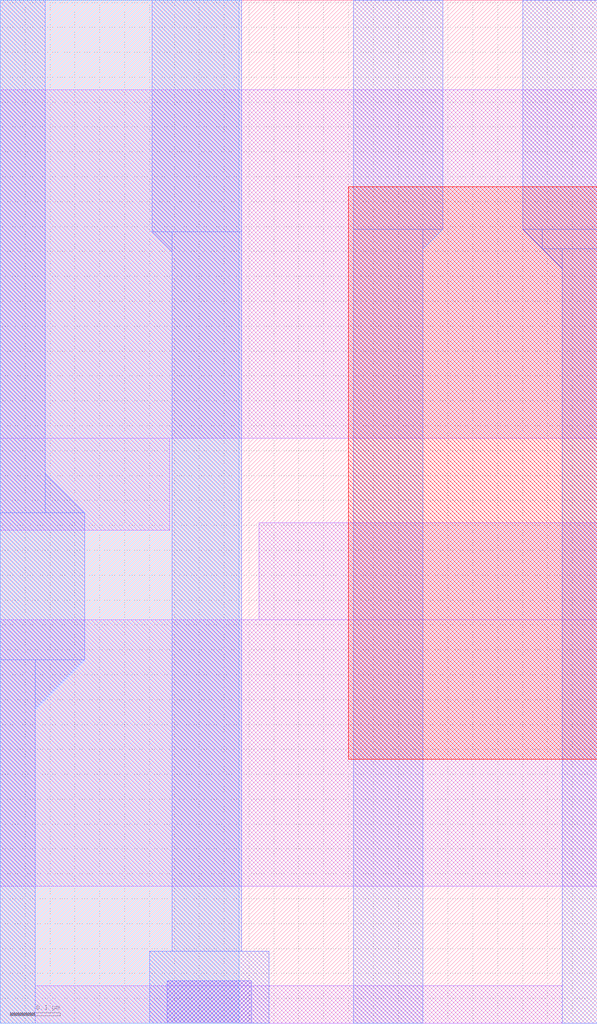
<source format=lef>
VERSION 5.7 ;
  NOWIREEXTENSIONATPIN ON ;
  DIVIDERCHAR "/" ;
  BUSBITCHARS "[]" ;
MACRO sky130_fd_bd_sram__sram_sp_colend_ce
  CLASS BLOCK ;
  FOREIGN sky130_fd_bd_sram__sram_sp_colend_ce ;
  ORIGIN 0.000 0.000 ;
  SIZE 1.200 BY 2.055 ;
  OBS
      LAYER nwell ;
        RECT 0.000 0.000 0.480 2.055 ;
      LAYER pwell ;
        RECT 0.700 0.530 1.200 1.680 ;
      LAYER li1 ;
        RECT 0.000 1.175 1.200 1.875 ;
        RECT 0.000 0.990 0.340 1.175 ;
        RECT 0.520 0.810 1.200 1.005 ;
        RECT 0.000 0.275 1.200 0.810 ;
        RECT 0.335 0.075 0.505 0.085 ;
        RECT 0.070 0.000 1.130 0.075 ;
      LAYER mcon ;
        RECT 0.335 0.000 0.505 0.085 ;
      LAYER met1 ;
        RECT 0.000 1.025 0.090 2.055 ;
        RECT 0.305 1.590 0.485 2.055 ;
        POLYGON 0.305 1.590 0.345 1.590 0.345 1.550 ;
        POLYGON 0.090 1.105 0.170 1.025 0.090 1.025 ;
        RECT 0.000 0.730 0.170 1.025 ;
        RECT 0.000 0.000 0.070 0.730 ;
        POLYGON 0.070 0.730 0.170 0.730 0.070 0.630 ;
        RECT 0.345 0.145 0.485 1.590 ;
        RECT 0.710 1.595 0.890 2.055 ;
        RECT 0.300 0.000 0.540 0.145 ;
        RECT 0.710 0.000 0.850 1.595 ;
        POLYGON 0.850 1.595 0.890 1.595 0.850 1.555 ;
        RECT 1.050 1.595 1.200 2.055 ;
        POLYGON 1.050 1.595 1.090 1.595 1.090 1.555 ;
        RECT 1.090 1.555 1.200 1.595 ;
        POLYGON 1.090 1.555 1.130 1.555 1.130 1.515 ;
        RECT 1.130 0.000 1.200 1.555 ;
  END
END sky130_fd_bd_sram__sram_sp_colend_ce
END LIBRARY


</source>
